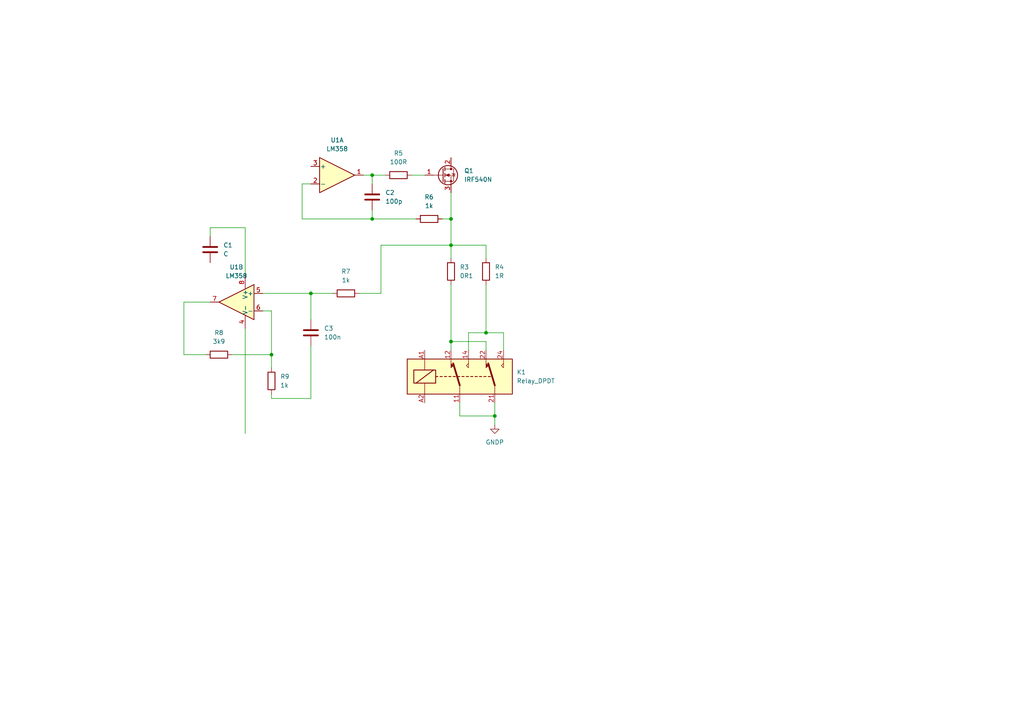
<source format=kicad_sch>
(kicad_sch (version 20250114) (generator "eeschema") (generator_version "9.0")
  (paper "A4")
  (lib_symbols
    (symbol "Amplifier_Operational:LM358" (pin_names (offset 0.127))
      (property "Reference" "U" (at 0 5.08 0))
      (property "Value" "LM358" (at 0 -5.08 0))
      (symbol "LM358_1_1"
        (polyline (pts (xy -5.08 5.08) (xy 5.08 0) (xy -5.08 -5.08) (xy -5.08 5.08)) (stroke (width 0.254)) (fill (type background)))
        (pin input line (at -7.62 2.54 0) (length 2.54) (name "+") (number "3"))
        (pin input line (at -7.62 -2.54 0) (length 2.54) (name "-") (number "2"))
        (pin output line (at 7.62 0 180) (length 2.54) (name "~") (number "1"))
      )
      (symbol "LM358_2_1"
        (polyline (pts (xy -5.08 5.08) (xy 5.08 0) (xy -5.08 -5.08) (xy -5.08 5.08)) (stroke (width 0.254)) (fill (type background)))
        (pin input line (at -7.62 2.54 0) (length 2.54) (name "+") (number "5"))
        (pin input line (at -7.62 -2.54 0) (length 2.54) (name "-") (number "6"))
        (pin output line (at 7.62 0 180) (length 2.54) (name "~") (number "7"))
      )
      (symbol "LM358_3_1"
        (pin power_in line (at -2.54 7.62 270) (length 3.81) (name "V+") (number "8"))
        (pin power_in line (at -2.54 -7.62 90) (length 3.81) (name "V-") (number "4"))
      )
    )
    (symbol "Device:C" (pin_numbers (hide yes)) (pin_names (offset 0.254))
      (property "Reference" "C" (at 0.635 2.54 0))
      (property "Value" "C" (at 0.635 -2.54 0))
      (symbol "C_0_1"
        (polyline (pts (xy -2.032 0.762) (xy 2.032 0.762)) (stroke (width 0.508)))
        (polyline (pts (xy -2.032 -0.762) (xy 2.032 -0.762)) (stroke (width 0.508)))
      )
      (symbol "C_1_1"
        (pin passive line (at 0 3.81 270) (length 2.794) (name "~") (number "1"))
        (pin passive line (at 0 -3.81 90) (length 2.794) (name "~") (number "2"))
      )
    )
    (symbol "Device:R" (pin_numbers (hide yes)) (pin_names (offset 0))
      (property "Reference" "R" (at 2.032 0 90))
      (property "Value" "R" (at 0 0 90))
      (symbol "R_0_1"
        (rectangle (start -1.016 -2.54) (end 1.016 2.54) (stroke (width 0.254)))
      )
      (symbol "R_1_1"
        (pin passive line (at 0 3.81 270) (length 1.27) (name "~") (number "1"))
        (pin passive line (at 0 -3.81 90) (length 1.27) (name "~") (number "2"))
      )
    )
    (symbol "Relay:Relay_DPDT"
      (property "Reference" "K" (at 16.51 3.81 0))
      (property "Value" "Relay_DPDT" (at 16.51 1.27 0))
      (symbol "Relay_DPDT_0_1"
        (rectangle (start -15.24 5.08) (end 15.24 -5.08) (stroke (width 0.254)) (fill (type background)))
        (rectangle (start -13.335 1.905) (end -6.985 -1.905) (stroke (width 0.254)))
        (polyline (pts (xy -12.7 -1.905) (xy -7.62 1.905)) (stroke (width 0.254)))
        (polyline (pts (xy -10.16 5.08) (xy -10.16 1.905)))
        (polyline (pts (xy -10.16 -5.08) (xy -10.16 -1.905)))
        (polyline (pts (xy -6.985 0) (xy -6.35 0)) (stroke (width 0.254)))
        (polyline (pts (xy -5.715 0) (xy -5.08 0)) (stroke (width 0.254)))
        (polyline (pts (xy -4.445 0) (xy -3.81 0)) (stroke (width 0.254)))
        (polyline (pts (xy -3.175 0) (xy -2.54 0)) (stroke (width 0.254)))
        (polyline (pts (xy -2.54 5.08) (xy -2.54 2.54) (xy -1.905 3.175) (xy -2.54 3.81)) (fill (type outline)))
        (polyline (pts (xy -1.905 0) (xy -1.27 0)) (stroke (width 0.254)))
        (polyline (pts (xy -0.635 0) (xy 0 0)) (stroke (width 0.254)))
        (polyline (pts (xy 0 -2.54) (xy -1.905 3.81)) (stroke (width 0.508)))
        (polyline (pts (xy 0 -2.54) (xy 0 -5.08)))
        (polyline (pts (xy 0.635 0) (xy 1.27 0)) (stroke (width 0.254)))
        (polyline (pts (xy 1.905 0) (xy 2.54 0)) (stroke (width 0.254)))
        (polyline (pts (xy 2.54 5.08) (xy 2.54 2.54) (xy 1.905 3.175) (xy 2.54 3.81)))
        (polyline (pts (xy 3.175 0) (xy 3.81 0)) (stroke (width 0.254)))
        (polyline (pts (xy 4.445 0) (xy 5.08 0)) (stroke (width 0.254)))
        (polyline (pts (xy 5.715 0) (xy 6.35 0)) (stroke (width 0.254)))
        (polyline (pts (xy 6.985 0) (xy 7.62 0)) (stroke (width 0.254)))
        (polyline (pts (xy 7.62 5.08) (xy 7.62 2.54) (xy 8.255 3.175) (xy 7.62 3.81)) (fill (type outline)))
        (polyline (pts (xy 8.255 0) (xy 8.89 0)) (stroke (width 0.254)))
        (polyline (pts (xy 10.16 -2.54) (xy 8.255 3.81)) (stroke (width 0.508)))
        (polyline (pts (xy 10.16 -2.54) (xy 10.16 -5.08)))
        (polyline (pts (xy 12.7 5.08) (xy 12.7 2.54) (xy 12.065 3.175) (xy 12.7 3.81)))
      )
      (symbol "Relay_DPDT_1_1"
        (pin passive line (at -10.16 7.62 270) (length 2.54) (name "~") (number "A1"))
        (pin passive line (at -10.16 -7.62 90) (length 2.54) (name "~") (number "A2"))
        (pin passive line (at -2.54 7.62 270) (length 2.54) (name "~") (number "12"))
        (pin passive line (at 0 -7.62 90) (length 2.54) (name "~") (number "11"))
        (pin passive line (at 2.54 7.62 270) (length 2.54) (name "~") (number "14"))
        (pin passive line (at 7.62 7.62 270) (length 2.54) (name "~") (number "22"))
        (pin passive line (at 10.16 -7.62 90) (length 2.54) (name "~") (number "21"))
        (pin passive line (at 12.7 7.62 270) (length 2.54) (name "~") (number "24"))
      )
    )
    (symbol "Transistor_FET:IRF540N" (pin_names (hide yes))
      (property "Reference" "Q" (at 5.08 1.905 0))
      (property "Value" "IRF540N" (at 5.08 0 0))
      (symbol "IRF540N_0_1"
        (polyline (pts (xy 0.254 1.905) (xy 0.254 -1.905)) (stroke (width 0.254)))
        (polyline (pts (xy 0.254 0) (xy -2.54 0)))
        (polyline (pts (xy 0.762 2.286) (xy 0.762 1.27)) (stroke (width 0.254)))
        (polyline (pts (xy 0.762 0.508) (xy 0.762 -0.508)) (stroke (width 0.254)))
        (polyline (pts (xy 0.762 -1.27) (xy 0.762 -2.286)) (stroke (width 0.254)))
        (polyline (pts (xy 0.762 -1.778) (xy 3.302 -1.778) (xy 3.302 1.778) (xy 0.762 1.778)))
        (polyline (pts (xy 1.016 0) (xy 2.032 0.381) (xy 2.032 -0.381) (xy 1.016 0)) (fill (type outline)))
        (circle (center 1.651 0) (radius 2.794) (stroke (width 0.254)))
        (polyline (pts (xy 2.54 2.54) (xy 2.54 1.778)))
        (circle (center 2.54 1.778) (radius 0.254) (fill (type outline)))
        (circle (center 2.54 -1.778) (radius 0.254) (fill (type outline)))
        (polyline (pts (xy 2.54 -2.54) (xy 2.54 0) (xy 0.762 0)))
        (polyline (pts (xy 2.794 0.508) (xy 2.921 0.381) (xy 3.683 0.381) (xy 3.81 0.254)))
        (polyline (pts (xy 3.302 0.381) (xy 2.921 -0.254) (xy 3.683 -0.254) (xy 3.302 0.381)))
      )
      (symbol "IRF540N_1_1"
        (pin input line (at -5.08 0 0) (length 2.54) (name "G") (number "1"))
        (pin passive line (at 2.54 5.08 270) (length 2.54) (name "D") (number "2"))
        (pin passive line (at 2.54 -5.08 90) (length 2.54) (name "S") (number "3"))
      )
    )
    (symbol "power:GND" (power) (pin_numbers (hide yes)) (pin_names (offset 0) (hide yes))
      (property "Value" "GND" (at 0 -3.81 0))
      (symbol "GND_0_1"
        (polyline (pts (xy 0 0) (xy 0 -1.27) (xy 1.27 -1.27) (xy 0 -2.54) (xy -1.27 -1.27) (xy 0 -1.27)))
      )
      (symbol "GND_1_1"
        (pin power_in line (at 0 0 270) (length 0) (name "~") (number "1"))
      )
    )
  )
  (junction (at 130.81 99.06))
  (junction (at 78.74 102.87))
  (junction (at 107.95 63.5))
  (junction (at 130.81 71.12))
  (junction (at 143.51 120.65))
  (junction (at 107.95 50.8))
  (junction (at 140.97 96.52))
  (junction (at 130.81 63.5))
  (junction (at 90.17 85.09))
  (wire (pts (xy 143.51 116.84) (xy 143.51 120.65)))
  (wire (pts (xy 90.17 53.34) (xy 87.63 53.34)))
  (wire (pts (xy 71.12 66.04) (xy 60.96 66.04)))
  (wire (pts (xy 146.05 96.52) (xy 146.05 101.6)))
  (wire (pts (xy 128.27 63.5) (xy 130.81 63.5)))
  (wire (pts (xy 53.34 102.87) (xy 53.34 87.63)))
  (wire (pts (xy 78.74 115.57) (xy 90.17 115.57)))
  (wire (pts (xy 130.81 99.06) (xy 140.97 99.06)))
  (wire (pts (xy 107.95 50.8) (xy 107.95 53.34)))
  (wire (pts (xy 105.41 50.8) (xy 107.95 50.8)))
  (wire (pts (xy 53.34 87.63) (xy 60.96 87.63)))
  (wire (pts (xy 107.95 60.96) (xy 107.95 63.5)))
  (wire (pts (xy 76.2 90.17) (xy 78.74 90.17)))
  (wire (pts (xy 130.81 71.12) (xy 140.97 71.12)))
  (wire (pts (xy 76.2 85.09) (xy 90.17 85.09)))
  (wire (pts (xy 140.97 99.06) (xy 140.97 101.6)))
  (wire (pts (xy 87.63 53.34) (xy 87.63 63.5)))
  (wire (pts (xy 90.17 85.09) (xy 90.17 92.71)))
  (wire (pts (xy 104.14 85.09) (xy 110.49 85.09)))
  (wire (pts (xy 71.12 95.25) (xy 71.12 125.73)))
  (wire (pts (xy 59.69 102.87) (xy 53.34 102.87)))
  (wire (pts (xy 130.81 63.5) (xy 130.81 71.12)))
  (wire (pts (xy 107.95 63.5) (xy 120.65 63.5)))
  (wire (pts (xy 130.81 82.55) (xy 130.81 99.06)))
  (wire (pts (xy 130.81 55.88) (xy 130.81 63.5)))
  (wire (pts (xy 60.96 66.04) (xy 60.96 68.58)))
  (wire (pts (xy 67.31 102.87) (xy 78.74 102.87)))
  (wire (pts (xy 133.35 120.65) (xy 133.35 116.84)))
  (wire (pts (xy 130.81 71.12) (xy 130.81 74.93)))
  (wire (pts (xy 78.74 102.87) (xy 78.74 106.68)))
  (wire (pts (xy 110.49 85.09) (xy 110.49 71.12)))
  (wire (pts (xy 78.74 90.17) (xy 78.74 102.87)))
  (wire (pts (xy 71.12 80.01) (xy 71.12 66.04)))
  (wire (pts (xy 140.97 82.55) (xy 140.97 96.52)))
  (wire (pts (xy 78.74 114.3) (xy 78.74 115.57)))
  (wire (pts (xy 143.51 120.65) (xy 143.51 123.19)))
  (wire (pts (xy 140.97 71.12) (xy 140.97 74.93)))
  (wire (pts (xy 107.95 50.8) (xy 111.76 50.8)))
  (wire (pts (xy 87.63 63.5) (xy 107.95 63.5)))
  (wire (pts (xy 143.51 120.65) (xy 133.35 120.65)))
  (wire (pts (xy 140.97 96.52) (xy 146.05 96.52)))
  (wire (pts (xy 130.81 71.12) (xy 110.49 71.12)))
  (wire (pts (xy 90.17 85.09) (xy 96.52 85.09)))
  (wire (pts (xy 130.81 101.6) (xy 130.81 99.06)))
  (wire (pts (xy 135.89 96.52) (xy 140.97 96.52)))
  (wire (pts (xy 90.17 115.57) (xy 90.17 100.33)))
  (wire (pts (xy 119.38 50.8) (xy 123.19 50.8)))
  (wire (pts (xy 135.89 101.6) (xy 135.89 96.52)))
  (symbol (lib_id "Device:R") (at 130.81 78.74 0) (unit 1)
    (property "Reference" "R3" (at 133.35 77.4699 0) (effects (justify left)))
    (property "Value" "0R1" (at 133.35 80.0099 0) (effects (justify left)))
    (property "Description" "Resistor" (effects (hide yes)))
  )
  (symbol (lib_id "Device:C") (at 107.95 57.15 0) (unit 1)
    (property "Reference" "C2" (at 111.76 55.8799 0) (effects (justify left)))
    (property "Value" "100p" (at 111.76 58.4199 0) (effects (justify left)))
    (property "Description" "Unpolarized capacitor" (effects (hide yes)))
  )
  (symbol (lib_id "Device:R") (at 124.46 63.5 90) (unit 1)
    (property "Reference" "R6" (at 124.46 57.15 90))
    (property "Value" "1k" (at 124.46 59.69 90))
    (property "Description" "Resistor" (effects (hide yes)))
  )
  (symbol (lib_id "Device:R") (at 63.5 102.87 90) (unit 1)
    (property "Reference" "R8" (at 63.5 96.52 90))
    (property "Value" "3k9" (at 63.5 99.06 90))
    (property "Description" "Resistor" (effects (hide yes)))
  )
  (symbol (lib_id "Device:C") (at 90.17 96.52 0) (unit 1)
    (property "Reference" "C3" (at 93.98 95.2499 0) (effects (justify left)))
    (property "Value" "100n" (at 93.98 97.7899 0) (effects (justify left)))
    (property "Description" "Unpolarized capacitor" (effects (hide yes)))
  )
  (symbol (lib_id "Amplifier_Operational:LM358") (at 68.58 87.63 0) (mirror y) (unit 3)
    (property "Reference" "U1" (effects (hide yes)))
    (property "Value" "LM358" (effects (hide yes)))
    (property "Datasheet" "http://www.ti.com/lit/ds/symlink/lm2904-n.pdf" (effects (hide yes)))
    (property "Description" "Low-Power, Dual Operational Amplifiers, DIP-8/SOIC-8/TO-99-8" (effects (hide yes)))
  )
  (symbol (lib_id "Device:R") (at 78.74 110.49 180) (unit 1)
    (property "Reference" "R9" (at 81.28 109.2199 0) (effects (justify right)))
    (property "Value" "1k" (at 81.28 111.7599 0) (effects (justify right)))
    (property "Description" "Resistor" (effects (hide yes)))
  )
  (symbol (lib_id "Transistor_FET:IRF540N") (at 128.27 50.8 0) (unit 1)
    (property "Reference" "Q1" (at 134.62 49.5299 0) (effects (justify left)))
    (property "Value" "IRF540N" (at 134.62 52.0699 0) (effects (justify left)))
    (property "Footprint" "Package_TO_SOT_THT:TO-220-3_Vertical" (effects (hide yes)))
    (property "Datasheet" "http://www.irf.com/product-info/datasheets/data/irf540n.pdf" (effects (hide yes)))
    (property "Description" "33A Id, 100V Vds, HEXFET N-Channel MOSFET, TO-220" (effects (hide yes)))
  )
  (symbol (lib_id "Relay:Relay_DPDT") (at 133.35 109.22 0) (unit 1)
    (property "Reference" "K1" (at 149.86 107.9499 0) (effects (justify left)))
    (property "Value" "Relay_DPDT" (at 149.86 110.4899 0) (effects (justify left)))
    (property "Description" "Relay DPDT, monostable, EN50005" (effects (hide yes)))
  )
  (symbol (lib_id "Device:C") (at 60.96 72.39 0) (unit 1)
    (property "Reference" "C1" (at 64.77 71.1199 0) (effects (justify left)))
    (property "Value" "C" (at 64.77 73.6599 0) (effects (justify left)))
    (property "Description" "Unpolarized capacitor" (effects (hide yes)))
  )
  (symbol (lib_id "Device:R") (at 115.57 50.8 90) (unit 1)
    (property "Reference" "R5" (at 115.57 44.45 90))
    (property "Value" "100R" (at 115.57 46.99 90))
    (property "Description" "Resistor" (effects (hide yes)))
  )
  (symbol (lib_id "power:GND") (at 143.51 123.19 0) (unit 1)
    (property "Reference" "#PWR010" (effects (hide yes)))
    (property "Value" "GNDP" (at 143.51 128.27 0))
    (property "Description" "Power symbol creates a global label with name \"GND\" , ground" (effects (hide yes)))
  )
  (symbol (lib_id "Device:R") (at 100.33 85.09 90) (unit 1)
    (property "Reference" "R7" (at 100.33 78.74 90))
    (property "Value" "1k" (at 100.33 81.28 90))
    (property "Description" "Resistor" (effects (hide yes)))
  )
  (symbol (lib_id "Amplifier_Operational:LM358") (at 68.58 87.63 0) (mirror y) (unit 2)
    (property "Reference" "U1" (at 68.58 77.47 0))
    (property "Value" "LM358" (at 68.58 80.01 0))
    (property "Datasheet" "http://www.ti.com/lit/ds/symlink/lm2904-n.pdf" (effects (hide yes)))
    (property "Description" "Low-Power, Dual Operational Amplifiers, DIP-8/SOIC-8/TO-99-8" (effects (hide yes)))
  )
  (symbol (lib_id "Device:R") (at 140.97 78.74 0) (unit 1)
    (property "Reference" "R4" (at 143.51 77.4699 0) (effects (justify left)))
    (property "Value" "1R" (at 143.51 80.0099 0) (effects (justify left)))
    (property "Description" "Resistor" (effects (hide yes)))
  )
  (symbol (lib_id "Amplifier_Operational:LM358") (at 97.79 50.8 0) (unit 1)
    (property "Reference" "U1" (at 97.79 40.64 0))
    (property "Value" "LM358" (at 97.79 43.18 0))
    (property "Datasheet" "http://www.ti.com/lit/ds/symlink/lm2904-n.pdf" (effects (hide yes)))
    (property "Description" "Low-Power, Dual Operational Amplifiers, DIP-8/SOIC-8/TO-99-8" (effects (hide yes)))
  )
)
</source>
